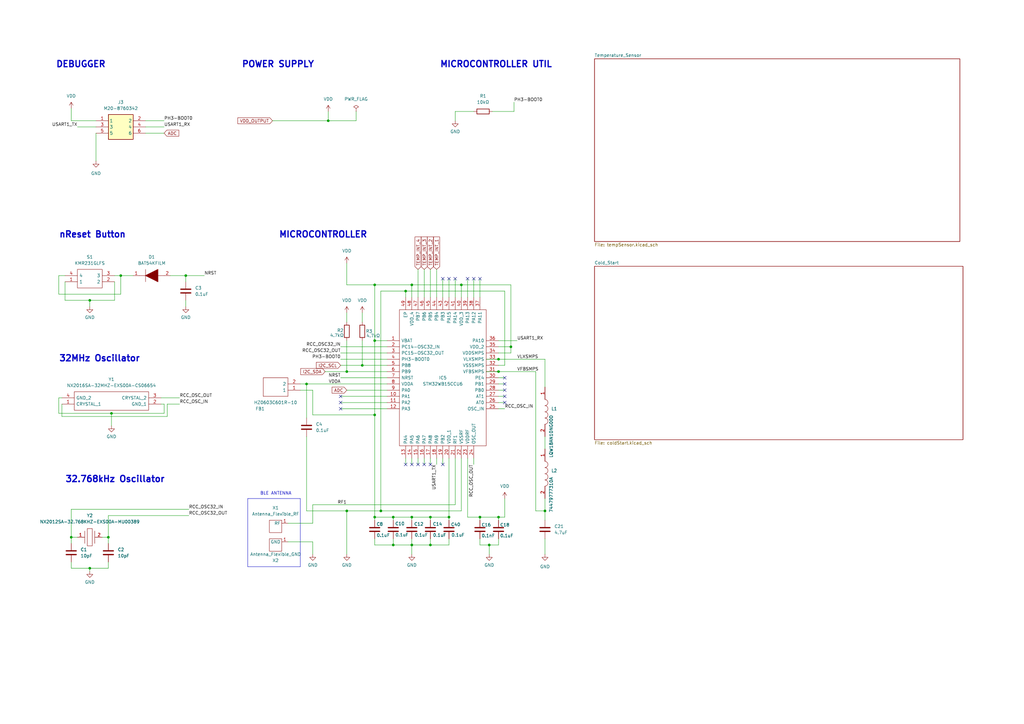
<source format=kicad_sch>
(kicad_sch (version 20230121) (generator eeschema)
  (paper "A3")
  (title_block (title "GDP 13 FPC") (date "2022-11-03") (rev "1.0") (company "University of Southampton"))
  (lib_symbols
    (symbol "74479777310A:74479777310A" (pin_names (offset 0.762))
      (property "Reference" "L" (at 16.51 6.35 0))
      (property "Value" "74479777310A" (at 16.51 3.81 0))
      (symbol "74479777310A_0_0"
        (pin passive line (at 0 0 0) (length 5.08) (name "~") (number "1"))
        (pin passive line (at 20.32 0 180) (length 5.08) (name "~") (number "2"))
      )
      (symbol "74479777310A_0_1"
        (arc (start 7.62 0) (mid 6.35 1.2202) (end 5.08 0) (stroke (width 0.1524)))
        (arc (start 10.16 0) (mid 8.89 1.2202) (end 7.62 0) (stroke (width 0.1524)))
        (arc (start 12.7 0) (mid 11.43 1.2202) (end 10.16 0) (stroke (width 0.1524)))
        (arc (start 15.24 0) (mid 13.97 1.2202) (end 12.7 0) (stroke (width 0.1524)))
      )
    )
    (symbol "Antenna:Antenna_Flexible_GND"
      (property "Reference" "X" (at 0 0 0))
      (property "Value" "Antenna_Flexible_GND" (at 0 -1.27 0))
      (symbol "Antenna_Flexible_GND_0_1"
        (rectangle (start -2.54 2.54) (end 2.54 -2.54))
      )
      (symbol "Antenna_Flexible_GND_1_1"
        (pin passive line (at 5.08 1.27 180) (length 2.54) (name "GND") (number "1"))
      )
    )
    (symbol "Antenna:Antenna_Flexible_RF"
      (property "Reference" "X" (at 0 0 0))
      (property "Value" "Antenna_Flexible_RF" (at 0 -1.27 0))
      (symbol "Antenna_Flexible_RF_0_1"
        (rectangle (start -2.54 2.54) (end 2.54 -2.54))
      )
      (symbol "Antenna_Flexible_RF_1_1"
        (pin passive line (at 5.08 1.27 180) (length 2.54) (name "RF") (number "1"))
      )
    )
    (symbol "BAT54KFILM:BAT54KFILM" (pin_names (offset 0.762))
      (property "Reference" "D" (at 11.43 5.08 0))
      (property "Value" "BAT54KFILM" (at 11.43 2.54 0))
      (symbol "BAT54KFILM_0_0"
        (pin passive line (at 0 0 0) (length 2.54) (name "~") (number "1"))
        (pin passive line (at 15.24 0 180) (length 2.54) (name "~") (number "2"))
      )
      (symbol "BAT54KFILM_0_1"
        (polyline (pts (xy 2.54 0) (xy 5.08 0)) (stroke (width 0.1524)))
        (polyline (pts (xy 5.08 2.54) (xy 5.08 -2.54)) (stroke (width 0.1524)))
        (polyline (pts (xy 10.16 0) (xy 12.7 0)) (stroke (width 0.1524)))
        (polyline (pts (xy 5.08 0) (xy 10.16 2.54) (xy 10.16 -2.54) (xy 5.08 0)) (stroke (width 0.254)) (fill (type outline)))
      )
    )
    (symbol "Device:C" (pin_numbers hide) (pin_names (offset 0.254))
      (property "Reference" "C" (at 0.635 2.54 0))
      (property "Value" "C" (at 0.635 -2.54 0))
      (symbol "C_0_1"
        (polyline (pts (xy -2.032 -0.762) (xy 2.032 -0.762)) (stroke (width 0.508)))
        (polyline (pts (xy -2.032 0.762) (xy 2.032 0.762)) (stroke (width 0.508)))
      )
      (symbol "C_1_1"
        (pin passive line (at 0 3.81 270) (length 2.794) (name "~") (number "1"))
        (pin passive line (at 0 -3.81 90) (length 2.794) (name "~") (number "2"))
      )
    )
    (symbol "Device:R" (pin_numbers hide) (pin_names (offset 0))
      (property "Reference" "R" (at 2.032 0 90))
      (property "Value" "R" (at 0 0 90))
      (symbol "R_0_1"
        (rectangle (start -1.016 -2.54) (end 1.016 2.54) (stroke (width 0.254)))
      )
      (symbol "R_1_1"
        (pin passive line (at 0 3.81 270) (length 1.27) (name "~") (number "1"))
        (pin passive line (at 0 -3.81 90) (length 1.27) (name "~") (number "2"))
      )
    )
    (symbol "GND_1" (power) (pin_names (offset 0))
      (property "Value" "GND_1" (at 0 -3.81 0))
      (symbol "GND_1_0_1"
        (polyline (pts (xy 0 0) (xy 0 -1.27) (xy 1.27 -1.27) (xy 0 -2.54) (xy -1.27 -1.27) (xy 0 -1.27)))
      )
      (symbol "GND_1_1_1"
        (pin power_in line (at 0 0 270) (length 0) hide (name "GND") (number "1"))
      )
    )
    (symbol "GND_2" (power) (pin_names (offset 0))
      (property "Value" "GND_2" (at 0 -3.81 0))
      (symbol "GND_2_0_1"
        (polyline (pts (xy 0 0) (xy 0 -1.27) (xy 1.27 -1.27) (xy 0 -2.54) (xy -1.27 -1.27) (xy 0 -1.27)))
      )
      (symbol "GND_2_1_1"
        (pin power_in line (at 0 0 270) (length 0) hide (name "GND") (number "1"))
      )
    )
    (symbol "HZ0603C601R-10:HZ0603C601R-10" (pin_names (offset 0.762))
      (property "Reference" "FB" (at 16.51 7.62 0))
      (property "Value" "HZ0603C601R-10" (at 16.51 5.08 0))
      (symbol "HZ0603C601R-10_0_0"
        (pin passive line (at 0 0 0) (length 5.08) (name "1") (number "1"))
        (pin passive line (at 0 -2.54 0) (length 5.08) (name "2") (number "2"))
      )
      (symbol "HZ0603C601R-10_0_1"
        (polyline (pts (xy 5.08 2.54) (xy 15.24 2.54) (xy 15.24 -5.08) (xy 5.08 -5.08) (xy 5.08 2.54)) (stroke (width 0.1524)))
      )
    )
    (symbol "KMR231GLFS:KMR231GLFS" (pin_names (offset 0.762))
      (property "Reference" "S" (at 16.51 7.62 0))
      (property "Value" "KMR231GLFS" (at 16.51 5.08 0))
      (symbol "KMR231GLFS_0_0"
        (pin passive line (at 0 -2.54 0) (length 5.08) (name "1") (number "1"))
        (pin passive line (at 20.32 -2.54 180) (length 5.08) (name "2") (number "2"))
        (pin passive line (at 20.32 0 180) (length 5.08) (name "3") (number "3"))
        (pin passive line (at 0 0 0) (length 5.08) (name "4") (number "4"))
      )
      (symbol "KMR231GLFS_0_1"
        (polyline (pts (xy 5.08 2.54) (xy 15.24 2.54) (xy 15.24 -5.08) (xy 5.08 -5.08) (xy 5.08 2.54)) (stroke (width 0.1524)))
      )
    )
    (symbol "LQW18AN10NG00D:LQW18AN10NG00D" (pin_names (offset 0.762))
      (property "Reference" "L" (at 16.51 6.35 0))
      (property "Value" "LQW18AN10NG00D" (at 16.51 3.81 0))
      (symbol "LQW18AN10NG00D_0_0"
        (pin passive line (at 0 0 0) (length 5.08) (name "~") (number "1"))
        (pin passive line (at 20.32 0 180) (length 5.08) (name "~") (number "2"))
      )
      (symbol "LQW18AN10NG00D_0_1"
        (arc (start 7.62 0) (mid 6.35 1.2202) (end 5.08 0) (stroke (width 0.1524)))
        (arc (start 10.16 0) (mid 8.89 1.2202) (end 7.62 0) (stroke (width 0.1524)))
        (arc (start 12.7 0) (mid 11.43 1.2202) (end 10.16 0) (stroke (width 0.1524)))
        (arc (start 15.24 0) (mid 13.97 1.2202) (end 12.7 0) (stroke (width 0.1524)))
      )
    )
    (symbol "NX2012SA-32.768KHZ-EXS00A-MU00:NX2012SA-32.768KHZ-EXS00A-MU00389" (pin_names (offset 0.762))
      (property "Reference" "Y" (at 8.89 6.35 0))
      (property "Value" "NX2012SA-32.768KHZ-EXS00A-MU00389" (at 8.89 3.81 0))
      (symbol "NX2012SA-32.768KHZ-EXS00A-MU00389_0_0"
        (pin passive line (at 0 0 0) (length 2.54) (name "~") (number "1"))
        (pin passive line (at 10.16 0 180) (length 2.54) (name "~") (number "2"))
      )
      (symbol "NX2012SA-32.768KHZ-EXS00A-MU00389_0_1"
        (polyline (pts (xy 3.048 0) (xy 2.54 0)) (stroke (width 0.1524)))
        (polyline (pts (xy 3.048 2.54) (xy 3.048 -2.54)) (stroke (width 0.1524)))
        (polyline (pts (xy 7.112 0) (xy 7.62 0)) (stroke (width 0.1524)))
        (polyline (pts (xy 7.112 2.54) (xy 7.112 -2.54)) (stroke (width 0.1524)))
        (polyline (pts (xy 4.064 3.556) (xy 4.064 -3.556) (xy 6.096 -3.556) (xy 6.096 3.556) (xy 4.064 3.556)) (stroke (width 0.1524)))
      )
    )
    (symbol "NX2016SA-32MHZ-EXS00A-CS06654:NX2016SA-32MHZ-EXS00A-CS06654" (pin_names (offset 0.762))
      (property "Reference" "Y" (at 36.83 7.62 0))
      (property "Value" "NX2016SA-32MHZ-EXS00A-CS06654" (at 36.83 5.08 0))
      (symbol "NX2016SA-32MHZ-EXS00A-CS06654_0_0"
        (pin passive line (at 0 -2.54 0) (length 5.08) (name "CRYSTAL_1") (number "1"))
        (pin passive line (at 40.64 -2.54 180) (length 5.08) (name "GND_1") (number "2"))
        (pin passive line (at 40.64 0 180) (length 5.08) (name "CRYSTAL_2") (number "3"))
        (pin passive line (at 0 0 0) (length 5.08) (name "GND_2") (number "4"))
      )
      (symbol "NX2016SA-32MHZ-EXS00A-CS06654_0_1"
        (polyline (pts (xy 5.08 2.54) (xy 35.56 2.54) (xy 35.56 -5.08) (xy 5.08 -5.08) (xy 5.08 2.54)) (stroke (width 0.1524)))
      )
    )
    (symbol "PWR_FLAG_1" (power) (pin_numbers hide) (pin_names (offset 0) hide)
      (property "Value" "PWR_FLAG_1" (at 0 3.81 0))
      (symbol "PWR_FLAG_1_0_0"
        (pin power_out line (at 0 0 90) (length 0) (name "pwr") (number "1"))
      )
      (symbol "PWR_FLAG_1_0_1"
        (polyline (pts (xy 0 0) (xy 0 1.27) (xy -1.016 1.905) (xy 0 2.54) (xy 1.016 1.905) (xy 0 1.27)))
      )
    )
    (symbol "PinHeader_2x6:M20-8760342"
      (property "Reference" "J" (at 16.51 7.62 0))
      (property "Value" "M20-8760342" (at 16.51 5.08 0))
      (symbol "M20-8760342_1_1"
        (rectangle (start 5.08 2.54) (end 15.24 -7.62) (stroke (width 0.254)) (fill (type background)))
        (pin passive line (at 0 0 0) (length 5.08) (name "1") (number "1"))
        (pin passive line (at 20.32 0 180) (length 5.08) (name "2") (number "2"))
        (pin passive line (at 0 -2.54 0) (length 5.08) (name "3") (number "3"))
        (pin passive line (at 20.32 -2.54 180) (length 5.08) (name "4") (number "4"))
        (pin passive line (at 0 -5.08 0) (length 5.08) (name "5") (number "5"))
        (pin passive line (at 20.32 -5.08 180) (length 5.08) (name "6") (number "6"))
      )
    )
    (symbol "STM32WB15CCU6:STM32WB15CCU6" (pin_names (offset 0.762))
      (property "Reference" "IC" (at 41.91 17.78 0))
      (property "Value" "STM32WB15CCU6" (at 41.91 15.24 0))
      (symbol "STM32WB15CCU6_0_0"
        (pin passive line (at 0 0 0) (length 5.08) (name "VBAT") (number "1"))
        (pin passive line (at 0 -22.86 0) (length 5.08) (name "PA1") (number "10"))
        (pin passive line (at 0 -25.4 0) (length 5.08) (name "PA2") (number "11"))
        (pin passive line (at 0 -27.94 0) (length 5.08) (name "PA3") (number "12"))
        (pin passive line (at 7.62 -48.26 90) (length 5.08) (name "PA4") (number "13"))
        (pin passive line (at 10.16 -48.26 90) (length 5.08) (name "PA5") (number "14"))
        (pin passive line (at 12.7 -48.26 90) (length 5.08) (name "PA6") (number "15"))
        (pin passive line (at 15.24 -48.26 90) (length 5.08) (name "PA7") (number "16"))
        (pin passive line (at 17.78 -48.26 90) (length 5.08) (name "PA8") (number "17"))
        (pin passive line (at 20.32 -48.26 90) (length 5.08) (name "PA9") (number "18"))
        (pin passive line (at 22.86 -48.26 90) (length 5.08) (name "PB2") (number "19"))
        (pin passive line (at 0 -2.54 0) (length 5.08) (name "PC14-OSC32_IN") (number "2"))
        (pin passive line (at 25.4 -48.26 90) (length 5.08) (name "VDD_1") (number "20"))
        (pin passive line (at 27.94 -48.26 90) (length 5.08) (name "RF1") (number "21"))
        (pin passive line (at 30.48 -48.26 90) (length 5.08) (name "VSSRF") (number "22"))
        (pin passive line (at 33.02 -48.26 90) (length 5.08) (name "VDDRF") (number "23"))
        (pin passive line (at 35.56 -48.26 90) (length 5.08) (name "OSC_OUT") (number "24"))
        (pin passive line (at 45.72 -27.94 180) (length 5.08) (name "OSC_IN") (number "25"))
        (pin passive line (at 45.72 -25.4 180) (length 5.08) (name "AT0") (number "26"))
        (pin passive line (at 45.72 -22.86 180) (length 5.08) (name "AT1") (number "27"))
        (pin passive line (at 45.72 -20.32 180) (length 5.08) (name "PB0") (number "28"))
        (pin passive line (at 45.72 -17.78 180) (length 5.08) (name "PB1") (number "29"))
        (pin passive line (at 0 -5.08 0) (length 5.08) (name "PC15-OSC32_OUT") (number "3"))
        (pin passive line (at 45.72 -15.24 180) (length 5.08) (name "PE4") (number "30"))
        (pin passive line (at 45.72 -12.7 180) (length 5.08) (name "VFBSMPS") (number "31"))
        (pin passive line (at 45.72 -10.16 180) (length 5.08) (name "VSSSMPS") (number "32"))
        (pin passive line (at 45.72 -7.62 180) (length 5.08) (name "VLXSMPS") (number "33"))
        (pin passive line (at 45.72 -5.08 180) (length 5.08) (name "VDDSMPS") (number "34"))
        (pin passive line (at 45.72 -2.54 180) (length 5.08) (name "VDD_2") (number "35"))
        (pin passive line (at 45.72 0 180) (length 5.08) (name "PA10") (number "36"))
        (pin passive line (at 38.1 17.78 270) (length 5.08) (name "PA11") (number "37"))
        (pin passive line (at 35.56 17.78 270) (length 5.08) (name "PA12") (number "38"))
        (pin passive line (at 33.02 17.78 270) (length 5.08) (name "PA13") (number "39"))
        (pin passive line (at 0 -7.62 0) (length 5.08) (name "PH3-BOOT0") (number "4"))
        (pin passive line (at 30.48 17.78 270) (length 5.08) (name "VDD_3") (number "40"))
        (pin passive line (at 27.94 17.78 270) (length 5.08) (name "PA14") (number "41"))
        (pin passive line (at 25.4 17.78 270) (length 5.08) (name "PA15") (number "42"))
        (pin passive line (at 22.86 17.78 270) (length 5.08) (name "PB3") (number "43"))
        (pin passive line (at 20.32 17.78 270) (length 5.08) (name "PB4") (number "44"))
        (pin passive line (at 17.78 17.78 270) (length 5.08) (name "PB5") (number "45"))
        (pin passive line (at 15.24 17.78 270) (length 5.08) (name "PB6") (number "46"))
        (pin passive line (at 12.7 17.78 270) (length 5.08) (name "PB7") (number "47"))
        (pin passive line (at 10.16 17.78 270) (length 5.08) (name "VDD_4") (number "48"))
        (pin passive line (at 7.62 17.78 270) (length 5.08) (name "EP") (number "49"))
        (pin passive line (at 0 -10.16 0) (length 5.08) (name "PB8") (number "5"))
        (pin passive line (at 0 -12.7 0) (length 5.08) (name "PB9") (number "6"))
        (pin passive line (at 0 -15.24 0) (length 5.08) (name "NRST") (number "7"))
        (pin passive line (at 0 -17.78 0) (length 5.08) (name "VDDA") (number "8"))
        (pin passive line (at 0 -20.32 0) (length 5.08) (name "PA0") (number "9"))
      )
      (symbol "STM32WB15CCU6_0_1"
        (polyline (pts (xy 5.08 12.7) (xy 40.64 12.7) (xy 40.64 -43.18) (xy 5.08 -43.18) (xy 5.08 12.7)) (stroke (width 0.1524)))
      )
    )
    (symbol "VDD_1" (power) (pin_names (offset 0))
      (property "Value" "VDD_1" (at 0 3.81 0))
      (symbol "VDD_1_0_1"
        (polyline (pts (xy -0.762 1.27) (xy 0 2.54)))
        (polyline (pts (xy 0 0) (xy 0 2.54)))
        (polyline (pts (xy 0 2.54) (xy 0.762 1.27)))
      )
      (symbol "VDD_1_1_1"
        (pin power_in line (at 0 0 90) (length 0) hide (name "VDD") (number "1"))
      )
    )
    (symbol "VDD_2" (power) (pin_names (offset 0))
      (property "Value" "VDD_2" (at 0 3.81 0))
      (symbol "VDD_2_0_1"
        (polyline (pts (xy -0.762 1.27) (xy 0 2.54)))
        (polyline (pts (xy 0 0) (xy 0 2.54)))
        (polyline (pts (xy 0 2.54) (xy 0.762 1.27)))
      )
      (symbol "VDD_2_1_1"
        (pin power_in line (at 0 0 90) (length 0) hide (name "VDD") (number "1"))
      )
    )
    (symbol "power:GND" (power) (pin_names (offset 0))
      (property "Value" "GND" (at 0 -3.81 0))
      (symbol "GND_0_1"
        (polyline (pts (xy 0 0) (xy 0 -1.27) (xy 1.27 -1.27) (xy 0 -2.54) (xy -1.27 -1.27) (xy 0 -1.27)))
      )
      (symbol "GND_1_1"
        (pin power_in line (at 0 0 270) (length 0) hide (name "GND") (number "1"))
      )
    )
    (symbol "power:VDD" (power) (pin_names (offset 0))
      (property "Value" "VDD" (at 0 3.81 0))
      (symbol "VDD_0_1"
        (polyline (pts (xy -0.762 1.27) (xy 0 2.54)))
        (polyline (pts (xy 0 0) (xy 0 2.54)))
        (polyline (pts (xy 0 2.54) (xy 0.762 1.27)))
      )
      (symbol "VDD_1_1"
        (pin power_in line (at 0 0 90) (length 0) hide (name "VDD") (number "1"))
      )
    )
  )
  (junction (at 153.67 212.09))
  (junction (at 36.83 233.045))
  (junction (at 125.73 157.48))
  (junction (at 204.47 152.4))
  (junction (at 189.23 116.84))
  (junction (at 134.62 49.53))
  (junction (at 153.67 170.18))
  (junction (at 76.2 113.03))
  (junction (at 168.91 223.52))
  (junction (at 49.53 113.03))
  (junction (at 142.24 152.4))
  (junction (at 196.85 212.09))
  (junction (at 29.21 220.345))
  (junction (at 166.37 119.38))
  (junction (at 200.66 223.52))
  (junction (at 209.55 142.24))
  (junction (at 153.67 139.7))
  (junction (at 204.47 212.09))
  (junction (at 168.91 116.84))
  (junction (at 204.47 147.32))
  (junction (at 153.67 116.84))
  (junction (at 161.29 223.52))
  (junction (at 45.72 169.545))
  (junction (at 161.29 212.09))
  (junction (at 148.59 149.86))
  (junction (at 44.45 220.345))
  (junction (at 176.53 223.52))
  (junction (at 36.83 123.19))
  (junction (at 176.53 212.09))
  (junction (at 156.21 209.55))
  (junction (at 168.91 212.09))
  (junction (at 142.24 209.55))
  (junction (at 223.52 209.55))
  (junction (at 184.15 212.09))
  (no_connect (at 168.91 190.5))
  (no_connect (at 181.61 114.3))
  (no_connect (at 207.01 160.02))
  (no_connect (at 207.01 162.56))
  (no_connect (at 194.31 114.3))
  (no_connect (at 139.7 162.56))
  (no_connect (at 171.45 190.5))
  (no_connect (at 139.7 167.64))
  (no_connect (at 196.85 114.3))
  (no_connect (at 184.15 114.3))
  (no_connect (at 176.53 190.5))
  (no_connect (at 207.01 157.48))
  (no_connect (at 186.69 114.3))
  (no_connect (at 191.77 114.3))
  (no_connect (at 173.99 190.5))
  (no_connect (at 181.61 190.5))
  (no_connect (at 139.7 165.1))
  (no_connect (at 207.01 154.94))
  (no_connect (at 207.01 165.1))
  (no_connect (at 166.37 190.5))
  (wire (pts (xy 24.13 163.195) (xy 25.4 163.195)))
  (wire (pts (xy 68.58 165.735) (xy 73.66 165.735)))
  (wire (pts (xy 139.7 144.78) (xy 158.75 144.78)))
  (wire (pts (xy 176.53 187.96) (xy 176.53 190.5)))
  (wire (pts (xy 166.37 187.96) (xy 166.37 190.5)))
  (wire (pts (xy 139.7 142.24) (xy 158.75 142.24)))
  (wire (pts (xy 125.73 157.48) (xy 123.19 157.48)))
  (wire (pts (xy 39.37 54.61) (xy 39.37 66.04)))
  (wire (pts (xy 186.69 187.96) (xy 186.69 207.01)))
  (wire (pts (xy 44.45 230.505) (xy 44.45 233.045)))
  (wire (pts (xy 179.07 110.49) (xy 179.07 121.92)))
  (wire (pts (xy 128.27 170.18) (xy 153.67 170.18)))
  (wire (pts (xy 142.24 209.55) (xy 142.24 227.33)))
  (wire (pts (xy 36.83 123.19) (xy 26.67 123.19)))
  (wire (pts (xy 194.31 114.3) (xy 194.31 121.92)))
  (wire (pts (xy 68.58 170.815) (xy 68.58 165.735)))
  (wire (pts (xy 156.21 119.38) (xy 156.21 209.55)))
  (wire (pts (xy 49.53 113.03) (xy 54.61 113.03)))
  (wire (pts (xy 200.66 223.52) (xy 200.66 227.33)))
  (wire (pts (xy 49.53 120.65) (xy 49.53 113.03)))
  (wire (pts (xy 46.99 113.03) (xy 49.53 113.03)))
  (wire (pts (xy 223.52 209.55) (xy 223.52 213.36)))
  (wire (pts (xy 69.85 113.03) (xy 76.2 113.03)))
  (wire (pts (xy 139.7 165.1) (xy 158.75 165.1)))
  (wire (pts (xy 173.99 187.96) (xy 173.99 190.5)))
  (wire (pts (xy 204.47 167.64) (xy 207.01 167.64)))
  (wire (pts (xy 166.37 119.38) (xy 156.21 119.38)))
  (wire (pts (xy 146.05 45.72) (xy 146.05 49.53)))
  (wire (pts (xy 176.53 223.52) (xy 176.53 220.98)))
  (wire (pts (xy 210.82 41.91) (xy 210.82 45.72)))
  (wire (pts (xy 26.67 123.19) (xy 26.67 115.57)))
  (wire (pts (xy 204.47 212.09) (xy 204.47 213.36)))
  (polyline (pts (xy 123.19 204.47) (xy 123.19 232.41)))
  (polyline (pts (xy 123.19 232.41) (xy 101.6 232.41)))
  (wire (pts (xy 148.59 139.7) (xy 148.59 149.86)))
  (wire (pts (xy 223.52 179.07) (xy 223.52 184.15)))
  (wire (pts (xy 161.29 220.98) (xy 161.29 223.52)))
  (wire (pts (xy 201.93 45.72) (xy 210.82 45.72)))
  (wire (pts (xy 46.99 115.57) (xy 46.99 123.19)))
  (wire (pts (xy 153.67 139.7) (xy 153.67 170.18)))
  (wire (pts (xy 199.39 147.32) (xy 204.47 147.32)))
  (wire (pts (xy 111.76 49.53) (xy 134.62 49.53)))
  (wire (pts (xy 204.47 149.86) (xy 207.01 149.86)))
  (wire (pts (xy 148.59 128.27) (xy 148.59 132.08)))
  (wire (pts (xy 25.4 170.815) (xy 68.58 170.815)))
  (wire (pts (xy 196.85 212.09) (xy 204.47 212.09)))
  (wire (pts (xy 194.31 187.96) (xy 194.31 190.5)))
  (wire (pts (xy 186.69 45.72) (xy 194.31 45.72)))
  (wire (pts (xy 223.52 147.32) (xy 223.52 158.75)))
  (wire (pts (xy 134.62 45.72) (xy 134.62 49.53)))
  (wire (pts (xy 184.15 220.98) (xy 184.15 223.52)))
  (wire (pts (xy 142.24 107.95) (xy 142.24 116.84)))
  (wire (pts (xy 66.04 165.735) (xy 67.31 165.735)))
  (wire (pts (xy 158.75 157.48) (xy 125.73 157.48)))
  (wire (pts (xy 139.7 167.64) (xy 158.75 167.64)))
  (wire (pts (xy 146.05 49.53) (xy 134.62 49.53)))
  (wire (pts (xy 168.91 223.52) (xy 176.53 223.52)))
  (wire (pts (xy 26.67 113.03) (xy 24.13 113.03)))
  (wire (pts (xy 204.47 152.4) (xy 219.71 152.4)))
  (wire (pts (xy 153.67 116.84) (xy 153.67 139.7)))
  (wire (pts (xy 25.4 165.735) (xy 25.4 170.815)))
  (wire (pts (xy 153.67 170.18) (xy 153.67 212.09)))
  (wire (pts (xy 76.2 113.03) (xy 83.82 113.03)))
  (polyline (pts (xy 101.6 204.47) (xy 123.19 204.47)))
  (wire (pts (xy 204.47 212.09) (xy 207.01 212.09)))
  (wire (pts (xy 204.47 165.1) (xy 207.01 165.1)))
  (wire (pts (xy 133.35 152.4) (xy 142.24 152.4)))
  (wire (pts (xy 36.83 233.045) (xy 44.45 233.045)))
  (wire (pts (xy 44.45 211.455) (xy 77.47 211.455)))
  (wire (pts (xy 168.91 116.84) (xy 153.67 116.84)))
  (wire (pts (xy 184.15 114.3) (xy 184.15 121.92)))
  (wire (pts (xy 173.99 110.49) (xy 173.99 121.92)))
  (wire (pts (xy 125.73 179.07) (xy 125.73 209.55)))
  (wire (pts (xy 139.7 149.86) (xy 148.59 149.86)))
  (wire (pts (xy 196.85 114.3) (xy 196.85 121.92)))
  (wire (pts (xy 153.67 212.09) (xy 161.29 212.09)))
  (wire (pts (xy 148.59 149.86) (xy 158.75 149.86)))
  (wire (pts (xy 156.21 209.55) (xy 142.24 209.55)))
  (wire (pts (xy 204.47 147.32) (xy 223.52 147.32)))
  (wire (pts (xy 176.53 212.09) (xy 184.15 212.09)))
  (wire (pts (xy 204.47 157.48) (xy 207.01 157.48)))
  (wire (pts (xy 59.69 54.61) (xy 67.31 54.61)))
  (wire (pts (xy 209.55 116.84) (xy 189.23 116.84)))
  (wire (pts (xy 39.37 49.53) (xy 29.21 49.53)))
  (wire (pts (xy 184.15 187.96) (xy 184.15 212.09)))
  (wire (pts (xy 128.27 207.01) (xy 128.27 214.63)))
  (wire (pts (xy 204.47 154.94) (xy 207.01 154.94)))
  (wire (pts (xy 31.75 52.07) (xy 39.37 52.07)))
  (wire (pts (xy 209.55 142.24) (xy 209.55 116.84)))
  (wire (pts (xy 171.45 110.49) (xy 171.45 121.92)))
  (wire (pts (xy 161.29 223.52) (xy 168.91 223.52)))
  (wire (pts (xy 36.83 233.045) (xy 36.83 234.315)))
  (wire (pts (xy 125.73 157.48) (xy 125.73 171.45)))
  (wire (pts (xy 204.47 144.78) (xy 209.55 144.78)))
  (wire (pts (xy 204.47 223.52) (xy 204.47 220.98)))
  (wire (pts (xy 204.47 142.24) (xy 209.55 142.24)))
  (wire (pts (xy 200.66 223.52) (xy 204.47 223.52)))
  (wire (pts (xy 153.67 223.52) (xy 161.29 223.52)))
  (wire (pts (xy 184.15 223.52) (xy 176.53 223.52)))
  (wire (pts (xy 176.53 212.09) (xy 176.53 213.36)))
  (wire (pts (xy 168.91 212.09) (xy 176.53 212.09)))
  (wire (pts (xy 186.69 207.01) (xy 128.27 207.01)))
  (wire (pts (xy 59.69 52.07) (xy 67.31 52.07)))
  (wire (pts (xy 45.72 169.545) (xy 45.72 174.625)))
  (wire (pts (xy 223.52 204.47) (xy 223.52 209.55)))
  (wire (pts (xy 184.15 212.09) (xy 184.15 213.36)))
  (wire (pts (xy 76.2 123.19) (xy 76.2 125.73)))
  (wire (pts (xy 139.7 154.94) (xy 158.75 154.94)))
  (wire (pts (xy 204.47 162.56) (xy 207.01 162.56)))
  (wire (pts (xy 166.37 119.38) (xy 166.37 121.92)))
  (wire (pts (xy 29.21 208.915) (xy 29.21 220.345)))
  (wire (pts (xy 168.91 220.98) (xy 168.91 223.52)))
  (wire (pts (xy 142.24 116.84) (xy 153.67 116.84)))
  (wire (pts (xy 66.04 163.195) (xy 73.66 163.195)))
  (wire (pts (xy 196.85 220.98) (xy 196.85 223.52)))
  (wire (pts (xy 41.91 220.345) (xy 44.45 220.345)))
  (wire (pts (xy 153.67 220.98) (xy 153.67 223.52)))
  (wire (pts (xy 118.11 222.25) (xy 128.27 222.25)))
  (wire (pts (xy 29.21 44.45) (xy 29.21 49.53)))
  (wire (pts (xy 186.69 114.3) (xy 186.69 121.92)))
  (polyline (pts (xy 101.6 204.47) (xy 101.6 232.41)))
  (wire (pts (xy 29.21 220.345) (xy 31.75 220.345)))
  (wire (pts (xy 125.73 209.55) (xy 142.24 209.55)))
  (wire (pts (xy 29.21 208.915) (xy 77.47 208.915)))
  (wire (pts (xy 204.47 160.02) (xy 207.01 160.02)))
  (wire (pts (xy 209.55 144.78) (xy 209.55 142.24)))
  (wire (pts (xy 196.85 223.52) (xy 200.66 223.52)))
  (wire (pts (xy 142.24 139.7) (xy 142.24 152.4)))
  (wire (pts (xy 24.13 169.545) (xy 24.13 163.195)))
  (wire (pts (xy 24.13 120.65) (xy 49.53 120.65)))
  (wire (pts (xy 161.29 212.09) (xy 161.29 213.36)))
  (wire (pts (xy 191.77 212.09) (xy 196.85 212.09)))
  (wire (pts (xy 118.11 214.63) (xy 128.27 214.63)))
  (wire (pts (xy 139.7 147.32) (xy 158.75 147.32)))
  (wire (pts (xy 189.23 116.84) (xy 168.91 116.84)))
  (wire (pts (xy 44.45 220.345) (xy 44.45 222.885)))
  (wire (pts (xy 29.21 222.885) (xy 29.21 220.345)))
  (wire (pts (xy 67.31 169.545) (xy 45.72 169.545)))
  (wire (pts (xy 142.24 128.27) (xy 142.24 132.08)))
  (wire (pts (xy 191.77 187.96) (xy 191.77 212.09)))
  (wire (pts (xy 186.69 49.53) (xy 186.69 45.72)))
  (wire (pts (xy 191.77 114.3) (xy 191.77 121.92)))
  (wire (pts (xy 153.67 212.09) (xy 153.67 213.36)))
  (wire (pts (xy 189.23 116.84) (xy 189.23 121.92)))
  (wire (pts (xy 24.13 113.03) (xy 24.13 120.65)))
  (wire (pts (xy 59.69 49.53) (xy 67.31 49.53)))
  (wire (pts (xy 181.61 187.96) (xy 181.61 190.5)))
  (wire (pts (xy 207.01 149.86) (xy 207.01 119.38)))
  (wire (pts (xy 189.23 187.96) (xy 189.23 209.55)))
  (wire (pts (xy 44.45 220.345) (xy 44.45 211.455)))
  (wire (pts (xy 179.07 187.96) (xy 179.07 190.5)))
  (wire (pts (xy 139.7 162.56) (xy 158.75 162.56)))
  (wire (pts (xy 168.91 187.96) (xy 168.91 190.5)))
  (wire (pts (xy 29.21 233.045) (xy 36.83 233.045)))
  (wire (pts (xy 189.23 209.55) (xy 156.21 209.55)))
  (wire (pts (xy 128.27 160.02) (xy 128.27 170.18)))
  (wire (pts (xy 181.61 114.3) (xy 181.61 121.92)))
  (wire (pts (xy 223.52 220.98) (xy 223.52 227.33)))
  (wire (pts (xy 123.19 160.02) (xy 128.27 160.02)))
  (wire (pts (xy 168.91 223.52) (xy 168.91 227.33)))
  (wire (pts (xy 45.72 169.545) (xy 24.13 169.545)))
  (wire (pts (xy 142.24 160.02) (xy 158.75 160.02)))
  (wire (pts (xy 219.71 152.4) (xy 219.71 209.55)))
  (wire (pts (xy 207.01 119.38) (xy 166.37 119.38)))
  (wire (pts (xy 196.85 212.09) (xy 196.85 213.36)))
  (wire (pts (xy 67.31 165.735) (xy 67.31 169.545)))
  (wire (pts (xy 168.91 116.84) (xy 168.91 121.92)))
  (wire (pts (xy 36.83 123.19) (xy 36.83 125.73)))
  (wire (pts (xy 176.53 110.49) (xy 176.53 121.92)))
  (wire (pts (xy 207.01 204.47) (xy 207.01 212.09)))
  (wire (pts (xy 29.21 230.505) (xy 29.21 233.045)))
  (wire (pts (xy 199.39 152.4) (xy 204.47 152.4)))
  (wire (pts (xy 153.67 139.7) (xy 158.75 139.7)))
  (wire (pts (xy 128.27 222.25) (xy 128.27 227.33)))
  (wire (pts (xy 168.91 212.09) (xy 168.91 213.36)))
  (wire (pts (xy 142.24 152.4) (xy 158.75 152.4)))
  (wire (pts (xy 171.45 187.96) (xy 171.45 190.5)))
  (wire (pts (xy 46.99 123.19) (xy 36.83 123.19)))
  (wire (pts (xy 76.2 113.03) (xy 76.2 115.57)))
  (wire (pts (xy 219.71 209.55) (xy 223.52 209.55)))
  (wire (pts (xy 204.47 139.7) (xy 212.09 139.7)))
  (wire (pts (xy 161.29 212.09) (xy 168.91 212.09)))
  (text "MICROCONTROLLER UTIL" (at 180.34 27.94 0) (effects (font (size 2.54 2.54) bold) (justify left bottom)))
  (text "MICROCONTROLLER" (at 114.3 97.79 0) (effects (font (size 2.54 2.54) bold) (justify left bottom)))
  (text "32MHz Oscillator" (at 24.13 148.59 0) (effects (font (size 2.54 2.54) bold) (justify left bottom)))
  (text "32.768kHz Oscillator" (at 26.67 198.12 0) (effects (font (size 2.54 2.54) bold) (justify left bottom)))
  (text "nReset Button" (at 24.13 97.79 0) (effects (font (size 2.54 2.54) bold) (justify left bottom)))
  (text "BLE ANTENNA" (at 106.68 203.2 0) (effects (font (size 1.27 1.27)) (justify left bottom)))
  (text "POWER SUPPLY" (at 99.06 27.94 0) (effects (font (size 2.54 2.54) bold) (justify left bottom)))
  (text "DEBUGGER" (at 22.86 27.94 0) (effects (font (size 2.54 2.54) bold) (justify left bottom)))
  (label "RCC_OSC32_IN" (at 139.7 142.24 180))
  (label "VLXSMPS" (at 212.09 147.32 0))
  (label "PH3-BOOT0" (at 139.7 147.32 180))
  (label "NRST" (at 139.7 154.94 180))
  (label "RCC_OSC32_OUT" (at 77.47 211.455 0))
  (label "VFBSMPS" (at 212.09 152.4 0))
  (label "USART1_TX" (at 179.07 190.5 270))
  (label "USART1_RX" (at 212.09 139.7 0))
  (label "PH3-BOOT0" (at 67.31 49.53 0))
  (label "RF1" (at 138.43 207.01 0))
  (label "VDDA" (at 139.7 157.48 180))
  (label "RCC_OSC32_IN" (at 77.47 208.915 0))
  (label "NRST" (at 83.82 113.03 0))
  (label "PH3-BOOT0" (at 210.82 41.91 0))
  (label "USART1_RX" (at 67.31 52.07 0))
  (label "RCC_OSC32_OUT" (at 139.7 144.78 180))
  (label "RCC_OSC_IN" (at 207.01 167.64 0))
  (label "RCC_OSC_OUT" (at 194.31 190.5 270))
  (label "RCC_OSC_IN" (at 73.66 165.735 0))
  (label "USART1_TX" (at 31.75 52.07 180))
  (label "RCC_OSC_OUT" (at 73.66 163.195 0))
  (global_label "VDD_OUTPUT" (shape input) (at 111.76 49.53 180) (property "Intersheetrefs" "${INTERSHEET_REFS}" (effects hide)))
  (global_label "TEMP_INT_4" (shape input) (at 171.45 110.49 90) (property "Intersheetrefs" "${INTERSHEET_REFS}" (effects hide)))
  (global_label "ADC" (shape input) (at 67.31 54.61 0) (property "Intersheetrefs" "${INTERSHEET_REFS}" (effects hide)))
  (global_label "ADC" (shape input) (at 142.24 160.02 180) (property "Intersheetrefs" "${INTERSHEET_REFS}" (effects hide)))
  (global_label "TEMP_INT_3" (shape input) (at 173.99 110.49 90) (property "Intersheetrefs" "${INTERSHEET_REFS}" (effects hide)))
  (global_label "I2C_SDA" (shape input) (at 133.35 152.4 180) (property "Intersheetrefs" "${INTERSHEET_REFS}" (effects hide)))
  (global_label "TEMP_INT_1" (shape input) (at 179.07 110.49 90) (property "Intersheetrefs" "${INTERSHEET_REFS}" (effects hide)))
  (global_label "TEMP_INT_2" (shape input) (at 176.53 110.49 90) (property "Intersheetrefs" "${INTERSHEET_REFS}" (effects hide)))
  (global_label "I2C_SCL" (shape input) (at 139.7 149.86 180) (property "Intersheetrefs" "${INTERSHEET_REFS}" (effects hide)))
  (symbol (lib_name "GND_1") (lib_id "power:GND") (at 128.27 227.33 0) (unit 1)
    (property "Reference" "#PWR01" (effects hide))
    (property "Value" "GND" (at 128.27 231.775 0))
  )
  (symbol (lib_id "Device:C") (at 29.21 226.695 0) (unit 1)
    (property "Reference" "C1" (at 33.02 225.4249 0) (effects (justify left)))
    (property "Value" "10pF" (at 33.02 227.9649 0) (effects (justify left)))
    (property "Footprint" "Capacitor_SMD:C_0603_1608Metric" (effects hide))
  )
  (symbol (lib_name "VDD_2") (lib_id "power:VDD") (at 29.21 44.45 0) (unit 1)
    (property "Reference" "#PWR031" (effects hide))
    (property "Value" "VDD" (at 29.21 39.37 0))
  )
  (symbol (lib_id "power:GND") (at 223.52 227.33 0) (unit 1)
    (property "Reference" "#PWR0116" (effects hide))
    (property "Value" "GND" (at 223.52 232.41 0))
  )
  (symbol (lib_id "BAT54KFILM:BAT54KFILM") (at 54.61 113.03 0) (unit 1)
    (property "Reference" "D1" (at 62.23 105.41 0))
    (property "Value" "BAT54KFILM" (at 62.23 107.95 0))
    (property "Footprint" "Gdp_Flexible:SODFL1608X70N" (effects hide))
    (property "Datasheet" "http://www.st.com/web/en/resource/technical/document/datasheet/CD00001322.pdf" (effects hide))
    (property "Description" "BAT54KFILM, Schottky Diode,  0.3A max, 40V 5ns, 2-Pin, SOD-523" (effects hide))
    (property "Height" "0.7" (effects hide))
    (property "Manufacturer_Name" "STMicroelectronics" (effects hide))
    (property "Manufacturer_Part_Number" "BAT54KFILM" (effects hide))
    (property "Mouser Part Number" "511-BAT54KFILM" (effects hide))
    (property "Mouser Price/Stock" "https://www.mouser.co.uk/ProductDetail/STMicroelectronics/BAT54KFILM?qs=jZi1jxfVU95Y9ce6l3OT%252BA%3D%3D" (effects hide))
    (property "Arrow Part Number" "BAT54KFILM" (effects hide))
    (property "Arrow Price/Stock" "https://www.arrow.com/en/products/bat54kfilm/stmicroelectronics?region=nac" (effects hide))
  )
  (symbol (lib_id "Device:C") (at 76.2 119.38 0) (unit 1)
    (property "Reference" "C3" (at 80.01 118.1099 0) (effects (justify left)))
    (property "Value" "0.1uF" (at 80.01 120.6499 0) (effects (justify left)))
    (property "Footprint" "Capacitor_SMD:C_0603_1608Metric" (effects hide))
  )
  (symbol (lib_name "GND_1") (lib_id "power:GND") (at 36.83 234.315 0) (unit 1)
    (property "Reference" "#PWR015" (effects hide))
    (property "Value" "GND" (at 36.83 238.76 0))
  )
  (symbol (lib_id "Device:C") (at 125.73 175.26 0) (unit 1)
    (property "Reference" "C4" (at 129.54 173.9899 0) (effects (justify left)))
    (property "Value" "0.1uF" (at 129.54 176.5299 0) (effects (justify left)))
    (property "Footprint" "Capacitor_SMD:C_0603_1608Metric" (effects hide))
  )
  (symbol (lib_id "Device:C") (at 223.52 217.17 0) (unit 1)
    (property "Reference" "C21" (at 227.33 215.8999 0) (effects (justify left)))
    (property "Value" "4.7uF" (at 227.33 218.4399 0) (effects (justify left)))
    (property "Footprint" "Capacitor_SMD:C_0603_1608Metric" (effects hide))
  )
  (symbol (lib_name "GND_1") (lib_id "power:GND") (at 76.2 125.73 0) (unit 1)
    (property "Reference" "#PWR020" (effects hide))
    (property "Value" "GND" (at 76.2 130.175 0))
  )
  (symbol (lib_id "Antenna:Antenna_Flexible_GND") (at 113.03 223.52 0) (unit 1)
    (property "Reference" "X2" (at 113.03 229.87 0))
    (property "Value" "Antenna_Flexible_GND" (at 113.03 227.33 0))
    (property "Footprint" "Gdp_Flexible:Antenna_Flexible_GND" (effects hide))
  )
  (symbol (lib_id "NX2016SA-32MHZ-EXS00A-CS06654:NX2016SA-32MHZ-EXS00A-CS06654") (at 25.4 163.195 0) (unit 1)
    (property "Reference" "Y1" (at 45.72 155.575 0))
    (property "Value" "NX2016SA-32MHZ-EXS00A-CS06654" (at 45.72 158.115 0))
    (property "Footprint" "Gdp_Flexible:NX2016SA32MHZEXS00ACS06654" (effects hide))
    (property "Datasheet" "http://www.ndk.com/images/products/catalog/c_NX2016SA_e.pdf" (effects hide))
    (property "Description" "CRYSTAL 32MHZ 8PF SMD" (effects hide))
    (property "Height" "0.5" (effects hide))
    (property "Manufacturer_Name" "NDK" (effects hide))
    (property "Manufacturer_Part_Number" "NX2016SA-32MHZ-EXS00A-CS06654" (effects hide))
  )
  (symbol (lib_id "Device:C") (at 196.85 217.17 0) (unit 1)
    (property "Reference" "C16" (at 197.485 215.265 0) (effects (justify left)))
    (property "Value" "0.1nF" (at 197.485 219.71 0) (effects (justify left)))
    (property "Footprint" "Capacitor_SMD:C_0603_1608Metric" (effects hide))
  )
  (symbol (lib_id "Device:C") (at 153.67 217.17 0) (unit 1)
    (property "Reference" "C8" (at 154.39 214.9862 0) (effects (justify left)))
    (property "Value" "0.1uF" (at 154.4411 219.5341 0) (effects (justify left)))
    (property "Footprint" "Capacitor_SMD:C_0603_1608Metric" (effects hide))
  )
  (symbol (lib_id "power:VDD") (at 142.24 128.27 0) (unit 1)
    (property "Reference" "#PWR0119" (effects hide))
    (property "Value" "VDD" (at 142.24 123.19 0))
  )
  (symbol (lib_id "KMR231GLFS:KMR231GLFS") (at 26.67 113.03 0) (unit 1)
    (property "Reference" "S1" (at 36.83 105.41 0))
    (property "Value" "KMR231GLFS" (at 36.83 107.95 0))
    (property "Footprint" "Gdp_Flexible:KMR2_1" (effects hide))
    (property "Datasheet" "https://componentsearchengine.com/Datasheets/1/KMR231GLFS.pdf" (effects hide))
    (property "Description" "Tactile Switches Spst-No 300Gf Gw Smd" (effects hide))
    (property "Manufacturer_Name" "C & K COMPONENTS" (effects hide))
    (property "Manufacturer_Part_Number" "KMR231GLFS" (effects hide))
    (property "Mouser Part Number" "611-KMR231GLFS" (effects hide))
    (property "Mouser Price/Stock" "https://www.mouser.co.uk/ProductDetail/CK/KMR231GLFS?qs=sb%252But3Lm4x27Wura%2FoX2iQ%3D%3D" (effects hide))
    (property "Arrow Part Number" "KMR231GLFS" (effects hide))
    (property "Arrow Price/Stock" "https://www.arrow.com/en/products/kmr231glfs/ck" (effects hide))
  )
  (symbol (lib_id "Device:C") (at 161.29 217.17 0) (unit 1)
    (property "Reference" "C10" (at 162.055 214.7818 0) (effects (justify left)))
    (property "Value" "0.1uF" (at 162.1061 219.3808 0) (effects (justify left)))
    (property "Footprint" "Capacitor_SMD:C_0603_1608Metric" (effects hide))
  )
  (symbol (lib_name "GND_1") (lib_id "power:GND") (at 200.66 227.33 0) (unit 1)
    (property "Reference" "#PWR023" (effects hide))
    (property "Value" "GND" (at 200.66 231.775 0))
  )
  (symbol (lib_id "LQW18AN10NG00D:LQW18AN10NG00D") (at 223.52 158.75 270) (unit 1)
    (property "Reference" "L1" (at 226.06 167.6399 90) (effects (justify left)))
    (property "Value" "LQW18AN10NG00D" (at 226.06 170.1799 0) (effects (justify left)))
    (property "Footprint" "Gdp_Flexible:LQW18AS10NG0CD" (effects hide))
    (property "Datasheet" "https://psearch.en.murata.com/inductor/product/LQW18AN10NG00%23.html" (effects hide))
    (property "Description" "Murata LQQ18A Series Wire-wound SMD Inductor 0.01 uH +/-2% 650mA Idc Q:35" (effects hide))
    (property "Height" "1" (effects hide))
    (property "Manufacturer_Name" "Murata Electronics" (effects hide))
    (property "Manufacturer_Part_Number" "LQW18AN10NG00D" (effects hide))
    (property "Mouser Part Number" "81-LQW18AN10NG00D" (effects hide))
    (property "Mouser Price/Stock" "https://www.mouser.co.uk/ProductDetail/Murata-Electronics/LQW18AN10NG00D?qs=uNPdTkgJI6KEVwGGyG0j%252Bg%3D%3D" (effects hide))
    (property "Arrow Part Number" "LQW18AN10NG00D" (effects hide))
    (property "Arrow Price/Stock" "https://www.arrow.com/en/products/lqw18an10ng00d/murata-manufacturing" (effects hide))
  )
  (symbol (lib_id "Device:C") (at 176.53 217.17 0) (unit 1)
    (property "Reference" "C14" (at 177.4873 214.9351 0) (effects (justify left)))
    (property "Value" "0.1uF" (at 177.5384 219.483 0) (effects (justify left)))
    (property "Footprint" "Capacitor_SMD:C_0603_1608Metric" (effects hide))
  )
  (symbol (lib_name "PWR_FLAG_1") (lib_id "power:PWR_FLAG") (at 146.05 45.72 0) (unit 1)
    (property "Reference" "#FLG03" (effects hide))
    (property "Value" "PWR_FLAG" (at 146.05 40.64 0))
  )
  (symbol (lib_id "power:VDD") (at 148.59 128.27 0) (unit 1)
    (property "Reference" "#PWR0120" (effects hide))
    (property "Value" "VDD" (at 148.59 123.19 0))
  )
  (symbol (lib_id "Device:C") (at 44.45 226.695 0) (unit 1)
    (property "Reference" "C2" (at 48.26 225.4249 0) (effects (justify left)))
    (property "Value" "10pF" (at 48.26 227.9649 0) (effects (justify left)))
    (property "Footprint" "Capacitor_SMD:C_0603_1608Metric" (effects hide))
  )
  (symbol (lib_id "Device:R") (at 148.59 135.89 0) (unit 1)
    (property "Reference" "R3" (at 150.0358 135.8525 0) (effects (justify left)))
    (property "Value" "4.7kΩ" (at 150.1891 137.6921 0) (effects (justify left)))
    (property "Footprint" "Resistor_SMD:R_0603_1608Metric" (effects hide))
  )
  (symbol (lib_name "GND_2") (lib_id "power:GND") (at 39.37 66.04 0) (unit 1)
    (property "Reference" "#PWR032" (effects hide))
    (property "Value" "GND" (at 39.37 71.12 0))
  )
  (symbol (lib_id "Device:C") (at 168.91 217.17 0) (unit 1)
    (property "Reference" "C12" (at 169.8222 214.9351 0) (effects (justify left)))
    (property "Value" "0.1uF" (at 170.0266 219.4319 0) (effects (justify left)))
    (property "Footprint" "Capacitor_SMD:C_0603_1608Metric" (effects hide))
  )
  (symbol (lib_id "power:VDD") (at 142.24 107.95 0) (unit 1)
    (property "Reference" "#PWR0118" (effects hide))
    (property "Value" "VDD" (at 142.24 102.87 0))
  )
  (symbol (lib_id "Device:C") (at 184.15 217.17 0) (unit 1)
    (property "Reference" "C40" (at 184.9479 215.1395 0) (effects (justify left)))
    (property "Value" "0.1uF" (at 185.1012 219.4319 0) (effects (justify left)))
    (property "Footprint" "Capacitor_SMD:C_0603_1608Metric" (effects hide))
  )
  (symbol (lib_id "Device:R") (at 142.24 135.89 0) (unit 1)
    (property "Reference" "R2" (at 138.2316 135.5459 0) (effects (justify left)))
    (property "Value" "4.7kΩ" (at 135.3189 137.5388 0) (effects (justify left)))
    (property "Footprint" "Resistor_SMD:R_0603_1608Metric" (effects hide))
  )
  (symbol (lib_name "GND_1") (lib_id "power:GND") (at 168.91 227.33 0) (unit 1)
    (property "Reference" "#PWR022" (effects hide))
    (property "Value" "GND" (at 168.91 231.775 0))
  )
  (symbol (lib_name "GND_1") (lib_id "power:GND") (at 142.24 227.33 0) (unit 1)
    (property "Reference" "#PWR021" (effects hide))
    (property "Value" "GND" (at 142.24 231.775 0))
  )
  (symbol (lib_id "Device:C") (at 204.47 217.17 0) (unit 1)
    (property "Reference" "C18" (at 205.105 215.265 0) (effects (justify left)))
    (property "Value" "0.1uF" (at 205.105 219.71 0) (effects (justify left)))
    (property "Footprint" "Capacitor_SMD:C_0603_1608Metric" (effects hide))
  )
  (symbol (lib_id "HZ0603C601R-10:HZ0603C601R-10") (at 123.19 160.02 180) (unit 1)
    (property "Reference" "FB1" (at 106.68 167.64 0))
    (property "Value" "HZ0603C601R-10" (at 113.03 165.1 0))
    (property "Footprint" "Gdp_Flexible:BEADC1608X95N" (effects hide))
    (property "Datasheet" "https://www.laird.com/sites/default/files/hz0603c601r-10-datasheet.pdf" (effects hide))
    (property "Description" "Ferrite Beads 600ohms 100MHz 300mA Monolithic 0603 SMD" (effects hide))
    (property "Height" "0.95" (effects hide))
    (property "Manufacturer_Name" "Laird Performance Materials" (effects hide))
    (property "Manufacturer_Part_Number" "HZ0603C601R-10" (effects hide))
    (property "Mouser Part Number" "875-HZ0603C601R-10" (effects hide))
    (property "Mouser Price/Stock" "https://www.mouser.co.uk/ProductDetail/Laird-Performance-Materials/HZ0603C601R-10?qs=DAHzmYU9cu3PcsKW9j%2F%2FfA%3D%3D" (effects hide))
  )
  (symbol (lib_id "PinHeader_2x6:M20-8760342") (at 39.37 49.53 0) (unit 1)
    (property "Reference" "J3" (at 49.53 41.91 0))
    (property "Value" "M20-8760342" (at 49.53 44.45 0))
    (property "Footprint" "Footprint Lib:M20-8760342" (effects hide))
    (property "Datasheet" "https://cdn.harwin.com/pdfs/M20-876.pdf" (effects hide))
    (property "Mouser Part Number" "855-M20-8760342" (effects hide))
    (property "Mouser Price/Stock" "https://www.mouser.co.uk/ProductDetail/Harwin/M20-8760342?qs=%252Bk6%2F5FB6qrknCN2PEWncYw%3D%3D" (effects hide))
    (property "Manufacturer_Name" "Harwin" (effects hide))
    (property "Manufacturer_Part_Number" "M20-8760342" (effects hide))
  )
  (symbol (lib_id "NX2012SA-32.768KHZ-EXS00A-MU00:NX2012SA-32.768KHZ-EXS00A-MU00389") (at 31.75 220.345 0) (unit 1)
    (property "Reference" "Y2" (at 36.83 211.455 0))
    (property "Value" "NX2012SA-32.768KHZ-EXS00A-MU00389" (at 36.83 213.995 0))
    (property "Footprint" "Gdp_Flexible:NX2012SA32768KHZEXS00AMU00530" (effects hide))
    (property "Description" "CRYSTAL 32.768KHZ 7PF SMD" (effects hide))
    (property "Manufacturer_Name" "NDK" (effects hide))
    (property "Manufacturer_Part_Number" "NX2012SA-32.768KHZ-EXS00A-MU00389" (effects hide))
  )
  (symbol (lib_id "power:VDD") (at 207.01 204.47 0) (unit 1)
    (property "Reference" "#PWR0121" (effects hide))
    (property "Value" "VDD" (at 207.01 199.39 0))
  )
  (symbol (lib_id "STM32WB15CCU6:STM32WB15CCU6") (at 158.75 139.7 0) (unit 1)
    (property "Reference" "IC5" (at 181.61 154.94 0))
    (property "Value" "STM32WB15CCU6" (at 181.61 157.48 0))
    (property "Footprint" "Gdp_Flexible:QFN50P700X700X60-49N-D" (effects hide))
    (property "Datasheet" "https://www.mouser.de/datasheet/2/389/dm00687952-2400695.pdf" (effects hide))
    (property "Description" "Multiprotocol wireless 32-bit MCU Arm-based Cortex-M4 with FPU, Bluetooth 5.2 radio solution" (effects hide))
    (property "Height" "0.6" (effects hide))
    (property "Manufacturer_Name" "STMicroelectronics" (effects hide))
    (property "Manufacturer_Part_Number" "STM32WB15CCU6" (effects hide))
    (property "Mouser Part Number" "511-STM32WB15CCU6" (effects hide))
    (property "Mouser Price/Stock" "https://www.mouser.co.uk/ProductDetail/STMicroelectronics/STM32WB15CCU6?qs=DRkmTr78QATikAob%252BX8G8A%3D%3D" (effects hide))
    (property "Arrow Part Number" "STM32WB15CCU6" (effects hide))
    (property "Arrow Price/Stock" "https://www.arrow.com/en/products/stm32wb15ccu6/stmicroelectronics?region=nac" (effects hide))
  )
  (symbol (lib_name "GND_1") (lib_id "power:GND") (at 186.69 49.53 0) (unit 1)
    (property "Reference" "#PWR010" (effects hide))
    (property "Value" "GND" (at 186.69 53.975 0))
  )
  (symbol (lib_name "VDD_1") (lib_id "power:VDD") (at 134.62 45.72 0) (unit 1)
    (property "Reference" "#PWR033" (effects hide))
    (property "Value" "VDD" (at 134.62 40.64 0))
  )
  (symbol (lib_name "GND_1") (lib_id "power:GND") (at 36.83 125.73 0) (unit 1)
    (property "Reference" "#PWR019" (effects hide))
    (property "Value" "GND" (at 36.83 130.175 0))
  )
  (symbol (lib_name "GND_1") (lib_id "power:GND") (at 45.72 174.625 0) (unit 1)
    (property "Reference" "#PWR018" (effects hide))
    (property "Value" "GND" (at 45.72 179.07 0))
  )
  (symbol (lib_id "Antenna:Antenna_Flexible_RF") (at 113.03 215.9 0) (unit 1)
    (property "Reference" "X1" (at 113.03 208.28 0))
    (property "Value" "Antenna_Flexible_RF" (at 113.03 210.82 0))
    (property "Footprint" "Gdp_Flexible:Antenna_Flexible_RF" (effects hide))
  )
  (symbol (lib_id "Device:R") (at 198.12 45.72 90) (unit 1)
    (property "Reference" "R1" (at 198.12 39.37 90))
    (property "Value" "10kΩ" (at 198.12 41.91 90))
    (property "Footprint" "Resistor_SMD:R_0603_1608Metric" (effects hide))
  )
  (symbol (lib_id "74479777310A:74479777310A") (at 223.52 184.15 270) (unit 1)
    (property "Reference" "L2" (at 226.06 193.0399 90) (effects (justify left)))
    (property "Value" "74479777310A" (at 226.06 195.5799 0) (effects (justify left)))
    (property "Footprint" "Gdp_Flexible:INDC2112X140N" (effects hide))
    (property "Datasheet" "https://www.we-online.de/catalog/datasheet/74479777310A.pdf" (effects hide))
    (property "Description" "CRIPTION WE-PMI Power Multilayer Inductor" (effects hide))
    (property "Height" "1.4" (effects hide))
    (property "Manufacturer_Name" "Wurth Elektronik" (effects hide))
    (property "Manufacturer_Part_Number" "74479777310A" (effects hide))
    (property "Mouser Part Number" "710-74479777310A" (effects hide))
    (property "Mouser Price/Stock" "https://www.mouser.co.uk/ProductDetail/Wurth-Elektronik/74479777310A?qs=QNEnbhJQKvaKkJ0N2q%2Ffdg%3D%3D" (effects hide))
  )
  (sheet (at 243.84 24.13) (size 149.86 74.93) (stroke (width 0.1524))
    (property "Sheetname" "Temperature_Sensor" (at 243.84 23.4184 0) (effects (justify left bottom)))
    (property "Sheetfile" "tempSensor.kicad_sch" (at 243.84 99.6446 0) (effects (justify left top)))
  )
  (sheet (at 243.84 109.22) (size 151.13 71.12) (stroke (width 0.1524))
    (property "Sheetname" "Cold_Start" (at 243.84 108.5084 0) (effects (justify left bottom)))
    (property "Sheetfile" "coldStart.kicad_sch" (at 243.84 180.9246 0) (effects (justify left top)))
  )
)
</source>
